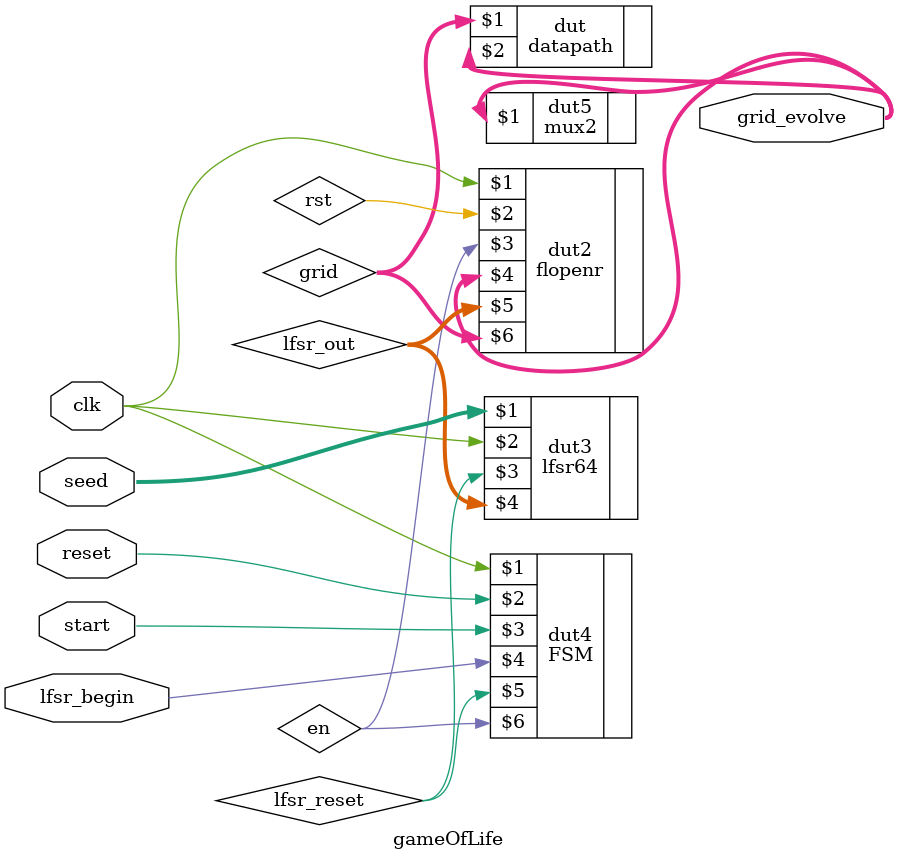
<source format=sv>
module gameOfLife (input logic clk, reset, start, lfsr_begin, input logic [63:0]seed, output logic [63:0]grid_evolve);

    logic [63:0] grid, lfsr_out; 
    logic lfsr_reset, en; 

    FSM dut4 (clk, reset, start, lfsr_begin, lfsr_reset, en);

    lfsr64 dut3 (seed, clk, lfsr_reset, lfsr_out);

    mux2 dut5 (grid_evolve);

    datapath dut( grid, grid_evolve );

    flopenr #(64)dut2 (clk, rst, en, grid_evolve, lfsr_out, grid);

    

   

endmodule
</source>
